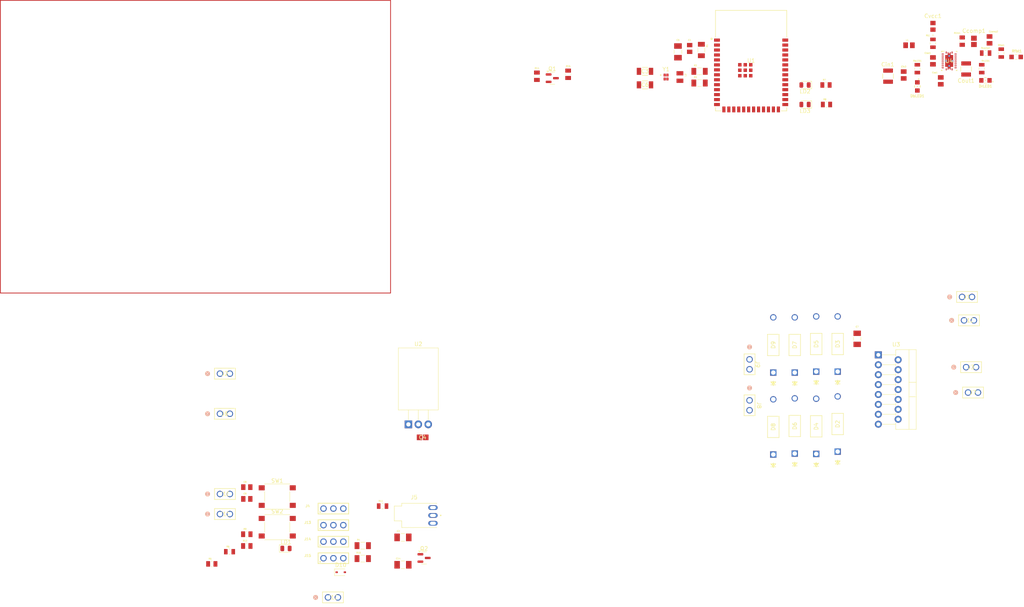
<source format=kicad_pcb>
(kicad_pcb (version 20240108) (generator "pcbnew") (generator_version "8.0")
  (layers (0 "F.Cu" signal) (31 "B.Cu" signal) (34 "B.Paste" user) (35 "F.Paste" user) (36 "B.SilkS" user "B.Silkscreen") (37 "F.SilkS" user "F.Silkscreen") (38 "B.Mask" user) (39 "F.Mask" user) (44 "Edge.Cuts" user))
  (net 0 "")
  (net 1 "+3.3V")
  (net 2 "GND")
  (net 3 "Net-(C3-Pad2)")
  (net 4 "+5V")
  (net 5 "Net-(C6-Pad2)")
  (net 6 "+12V")
  (net 7 "Net-(U4-BOOT)")
  (net 8 "Net-(Cbst1-Pad2)")
  (net 9 "Net-(U4-COMP)")
  (net 10 "Net-(Ccomp2-Pad1)")
  (net 11 "Vin")
  (net 12 "Vout")
  (net 13 "Net-(U4-SS)")
  (net 14 "Net-(U4-EN)")
  (net 15 "Net-(D2-A)")
  (net 16 "Net-(D4-A)")
  (net 17 "Net-(D6-A)")
  (net 18 "Net-(D8-A)")
  (net 19 "Net-(D10-A)")
  (net 20 "Net-(DbLED1-A)")
  (net 21 "Net-(DrLED1-A)")
  (net 22 "/GPIO9")
  (net 23 "/GPIO10")
  (net 24 "/GPIO19")
  (net 25 "/GPIO20")
  (net 26 "Net-(J3-Pin_1)")
  (net 27 "Net-(J3-Pin_2)")
  (net 28 "Net-(J4-Pin_1)")
  (net 29 "/GPIO1")
  (net 30 "/GPIO2")
  (net 31 "Net-(J7-Pin_1)")
  (net 32 "/RXD0")
  (net 33 "/TXD0")
  (net 34 "/GPIO41")
  (net 35 "/GPIO42")
  (net 36 "/GPIO11")
  (net 37 "/GPIO12")
  (net 38 "Net-(J13-Pin_1)")
  (net 39 "Net-(LD1-A)")
  (net 40 "/GPIO38")
  (net 41 "/GPIO48")
  (net 42 "/GPIO13")
  (net 43 "/temp")
  (net 44 "/EN")
  (net 45 "Net-(U1-IO15)")
  (net 46 "Net-(U1-IO16)")
  (net 47 "/GPIO0")
  (net 48 "Net-(U2-ADJ)")
  (net 49 "Net-(U4-FB)")
  (net 50 "Net-(U4-ILIM)")
  (net 51 "Net-(U4-FSW)")
  (net 54 "/GPIO21")
  (net 57 "/GPIO18")
  (net 58 "/GPIO8")
  (net 59 "/GPIO4")
  (net 60 "/GPIO5")
  (net 61 "/GPIO6")
  (net 62 "/GPIO46")
  (net 63 "/GPIO3")
  (net 65 "/GPIO7")
  (net 66 "/GPIO14")
  (net 67 "/GPIO47")
  (net 68 "/GPIO36")
  (net 69 "/GPIO35")
  (net 70 "/GPIO37")
  (net 71 "/GPIO17")
  (net 72 "/GPIO45")
  (net 76 "5V")
  (net 77 "Net-(LD2-K)")
  (net 78 "Net-(LD3-K)")
  (footprint "LED_SMD:LED_0805_2012Metric" (layer "F.Cu") (at 219.2125 35.18 180)
    (property "Reference" "LD2" (at 0 -1.65 360) (layer "F.SilkS"))
    (property "Value" "LED_Red")
    (pad "1" smd roundrect (at -0.9375 0 180) (size 0.975 1.4) (layers "F.Cu" "F.Paste" "F.Mask") (net 77 "Net-(LD2-K)"))
    (pad "2" smd roundrect (at 0.9375 0 180) (size 0.975 1.4) (layers "F.Cu" "F.Paste" "F.Mask") (net 40 "/GPIO38"))
  )
  (footprint "GRM32ER61C476KE15L:G-32_MUR" (layer "F.Cu") (at 260.5 31.0776 -90)
    (property "Reference" "Cout1" (at 3 0 0) (layer "F.SilkS"))
    (property "Value" "47uF")
    (pad "1" smd rect (at -1.4224 0 270) (size 1.0668 2.4892) (layers "F.Cu" "F.Paste" "F.Mask") (net 12 "Vout"))
    (pad "2" smd rect (at 1.4224 0 270) (size 1.0668 2.4892) (layers "F.Cu" "F.Paste" "F.Mask") (net 2 "GND"))
  )
  (footprint "1N5918:DO-41_STM" (layer "F.Cu") (at 216.58 129.6405 90)
    (property "Reference" "D6" (at 7.0739 0 90) (layer "F.SilkS"))
    (property "Value" "D")
    (pad "1" thru_hole rect (at 0 0 90) (size 1.6256 1.6256) (drill 1.1176) (layers "*.Cu" "*.Mask") (net 6 "+12V"))
    (pad "2" thru_hole circle (at 14.1478 0 90) (size 1.6256 1.6256) (drill 1.1176) (layers "*.Cu" "*.Mask") (net 17 "Net-(D6-A)"))
  )
  (footprint "C1206X104J3REC7210:CAPC3316X140N" (layer "F.Cu") (at 116.1645 151.123)
    (property "Reference" "C2" (at -1.2 -1.58 0) (layer "F.SilkS") (effects (font (size 0.393701 0.393701))))
    (property "Value" "0.1uF")
    (pad "1" smd rect (at -1.492 0) (size 1.42 1.96) (layers "F.Cu" "F.Paste" "F.Mask") (net 1 "+3.3V"))
    (pad "2" smd rect (at 1.492 0) (size 1.42 1.96) (layers "F.Cu" "F.Paste" "F.Mask") (net 2 "GND"))
  )
  (footprint "CRGCQ0805F220R:RESC2012X65N" (layer "F.Cu") (at 224.585 35.18)
    (property "Reference" "R7" (at -0.44 -1.3 0) (layer "F.SilkS") (effects (font (size 0.393701 0.393701))))
    (property "Value" "16")
    (pad "1" smd rect (at -0.935 0) (size 1 1.42) (layers "F.Cu" "F.Paste" "F.Mask") (net 77 "Net-(LD2-K)"))
    (pad "2" smd rect (at 0.935 0) (size 1 1.42) (layers "F.Cu" "F.Paste" "F.Mask") (net 2 "GND"))
  )
  (footprint "1N5918:DO-41_STM" (layer "F.Cu") (at 227.58 129.1405 90)
    (property "Reference" "D2" (at 7.0739 0 90) (layer "F.SilkS"))
    (property "Value" "D")
    (pad "1" thru_hole rect (at 0 0 90) (size 1.6256 1.6256) (drill 1.1176) (layers "*.Cu" "*.Mask") (net 6 "+12V"))
    (pad "2" thru_hole circle (at 14.1478 0 90) (size 1.6256 1.6256) (drill 1.1176) (layers "*.Cu" "*.Mask") (net 15 "Net-(D2-A)"))
  )
  (footprint "CRCW080535K7FKEA:RESC2012X50N" (layer "F.Cu") (at 264.5 31 -90)
    (property "Reference" "RrLED1" (at -2 -1 180) (layer "F.SilkS") (effects (font (size 0.393701 0.393701))))
    (property "Value" "620")
    (pad "1" smd rect (at -1 0 270) (size 0.92 1.42) (layers "F.Cu" "F.Paste" "F.Mask") (net 12 "Vout"))
    (pad "2" smd rect (at 1 0 270) (size 0.92 1.42) (layers "F.Cu" "F.Paste" "F.Mask") (net 21 "Net-(DrLED1-A)"))
  )
  (footprint "CC1206JKNPODBN120:CAP_CC1206_YAG" (layer "F.Cu") (at 178.1994 35.1438)
    (property "Reference" "C6" (at 0 0 0) (layer "F.SilkS"))
    (property "Value" "12pF")
    (pad "1" smd rect (at -1.5494 0) (size 1.1176 1.8034) (layers "F.Cu" "F.Paste" "F.Mask") (net 2 "GND"))
    (pad "2" smd rect (at 1.5494 0) (size 1.1176 1.8034) (layers "F.Cu" "F.Paste" "F.Mask") (net 5 "Net-(C6-Pad2)"))
  )
  (footprint "RMCF1206ZR0R00:RESC3216X70N" (layer "F.Cu") (at 105.8615 156.559)
    (property "Reference" "R10" (at -1.08 -1.48 0) (layer "F.SilkS") (effects (font (size 0.393701 0.393701))))
    (property "Value" "0")
    (pad "1" smd rect (at -1.466 0) (size 1.23 1.77) (layers "F.Cu" "F.Paste" "F.Mask") (net 1 "+3.3V"))
    (pad "2" smd rect (at 1.466 0) (size 1.23 1.77) (layers "F.Cu" "F.Paste" "F.Mask") (net 44 "/EN"))
  )
  (footprint "TPS61088RHLR:RHL0020A" (layer "F.Cu") (at 256.155 29.015921)
    (property "Reference" "U4" (at 0 0 0) (layer "F.SilkS"))
    (property "Value" "TPS61088RHLR")
    (fp_poly (pts (xy 0.160078 -2.249998) (xy 0.160081 -1.924924) (xy -0.159918 -1.924924) (xy -0.159921 -2.249996) (xy -0.38992 -2.249996) (xy -0.389918 -1.524925) (xy -1.024918 -1.524925) (xy -1.024918 1.525082) (xy -0.389918 1.525082) (xy -0.38992 2.250003) (xy -0.159921 2.250003) (xy -0.159918 1.925081) (xy 0.160081 1.925081) (xy 0.160078 2.250006) (xy 0.390078 2.250006) (xy 0.390081 1.525082) (xy 1.025081 1.525082) (xy 1.025081 -1.524925) (xy 0.390081 -1.524925) (xy 0.390078 -2.249998)) (fill solid) (layer "F.Cu"))
    (pad "1" smd oval (at -0.74992 -2.150001) (size 0.24 0.599999) (layers "F.Cu" "F.Paste" "F.Mask") (net 14 "Net-(U4-EN)"))
    (pad "2" smd oval (at -1.649999 -1.74992 90) (size 0.24 0.599999) (layers "F.Cu" "F.Paste" "F.Mask") (net 14 "Net-(U4-EN)"))
    (pad "3" smd oval (at -1.649999 -1.249921 90) (size 0.24 0.599999) (layers "F.Cu" "F.Paste" "F.Mask") (net 51 "Net-(U4-FSW)"))
    (pad "4" smd oval (at -1.649999 -0.74992 90) (size 0.24 0.599999) (layers "F.Cu" "F.Paste" "F.Mask") (net 8 "Net-(Cbst1-Pad2)"))
    (pad "5" smd oval (at -1.649999 -0.249921 90) (size 0.24 0.599999) (layers "F.Cu" "F.Paste" "F.Mask") (net 8 "Net-(Cbst1-Pad2)"))
    (pad "6" smd oval (at -1.649999 0.250078 90) (size 0.24 0.599999) (layers "F.Cu" "F.Paste" "F.Mask") (net 8 "Net-(Cbst1-Pad2)"))
    (pad "7" smd oval (at -1.649999 0.75008 90) (size 0.24 0.599999) (layers "F.Cu" "F.Paste" "F.Mask") (net 8 "Net-(Cbst1-Pad2)"))
    (pad "8" smd oval (at -1.649999 1.250079 90) (size 0.24 0.599999) (layers "F.Cu" "F.Paste" "F.Mask") (net 7 "Net-(U4-BOOT)"))
    (pad "9" smd oval (at -1.649999 1.75008 90) (size 0.24 0.599999) (layers "F.Cu" "F.Paste" "F.Mask") (net 11 "Vin"))
    (pad "10" smd oval (at -0.74992 2.150001) (size 0.24 0.599999) (layers "F.Cu" "F.Paste" "F.Mask") (net 13 "Net-(U4-SS)"))
    (pad "11" smd oval (at 0.750082 2.150001) (size 0.24 0.599999) (layers "F.Cu" "F.Paste" "F.Mask") (net 2 "GND"))
    (pad "12" smd oval (at 1.649999 1.75008 90) (size 0.24 0.599999) (layers "F.Cu" "F.Paste" "F.Mask") (net 2 "GND"))
    (pad "13" smd oval (at 1.649999 1.250079 90) (size 0.24 0.599999) (layers "F.Cu" "F.Paste" "F.Mask"))
    (pad "14" smd oval (at 1.649999 0.75008 90) (size 0.24 0.599999) (layers "F.Cu" "F.Paste" "F.Mask") (net 12 "Vout"))
    (pad "15" smd oval (at 1.649999 0.250078 90) (size 0.24 0.599999) (layers "F.Cu" "F.Paste" "F.Mask") (net 12 "Vout"))
    (pad "16" smd oval (at 1.649999 -0.249921 90) (size 0.24 0.599999) (layers "F.Cu" "F.Paste" "F.Mask") (net 12 "Vout"))
    (pad "17" smd oval (at 1.649999 -0.74992 90) (size 0.24 0.599999) (layers "F.Cu" "F.Paste" "F.Mask") (net 49 "Net-(U4-FB)"))
    (pad "18" smd oval (at 1.649999 -1.249921 90) (size 0.24 0.599999) (layers "F.Cu" "F.Paste" "F.Mask") (net 9 "Net-(U4-COMP)"))
    (pad "19" smd oval (at 1.649999 -1.74992 90) (size 0.24 0.599999) (layers "F.Cu" "F.Paste" "F.Mask") (net 50 "Net-(U4-ILIM)"))
    (pad "20" smd oval (at 0.750082 -2.150001) (size 0.24 0.599999) (layers "F.Cu" "F.Paste" "F.Mask") (net 2 "GND"))
    (pad "21" smd rect (at 0.000081 0.000079 90) (size 0.299999 0.299999) (layers "F.Cu" "F.Mask") (net 2 "GND"))
    (pad "V" thru_hole circle (at -0.775 0.000079) (size 0.499999 0.499999) (drill 0.2032) (layers "*.Cu" "*.Mask"))
    (pad "V" thru_hole circle (at 0 -1.275001) (size 0.499999 0.499999) (drill 0.2032) (layers "*.Cu" "*.Mask"))
    (pad "V" thru_hole circle (at 0 1.275001) (size 0.499999 0.499999) (drill 0.2032) (layers "*.Cu" "*.Mask"))
    (pad "V" thru_hole circle (at 0.775 0.000079) (size 0.499999 0.499999) (drill 0.2032) (layers "*.Cu" "*.Mask"))
  )
  (footprint "61300311121:61300311121" (layer "F.Cu") (at 98.3455 152.219)
    (property "Reference" "J14" (at -6.6096 -0.6625 0) (layer "F.SilkS") (effects (font (size 0.64 0.64))))
    (property "Value" "TXRX")
    (pad "1" thru_hole circle (at -2.54 0) (size 1.65 1.65) (drill 1.1) (layers "*.Cu" "*.Mask") (net 30 "/GPIO2"))
    (pad "2" thru_hole circle (at 0 0) (size 1.65 1.65) (drill 1.1) (layers "*.Cu" "*.Mask") (net 29 "/GPIO1"))
    (pad "3" thru_hole circle (at 2.54 0) (size 1.65 1.65) (drill 1.1) (layers "*.Cu" "*.Mask") (net 2 "GND"))
  )
  (footprint "1N5918:DO-41_STM" (layer "F.Cu") (at 227.58 108.6405 90)
    (property "Reference" "D3" (at 7.0739 0 90) (layer "F.SilkS"))
    (property "Value" "D")
    (pad "1" thru_hole rect (at 0 0 90) (size 1.6256 1.6256) (drill 1.1176) (layers "*.Cu" "*.Mask") (net 15 "Net-(D2-A)"))
    (pad "2" thru_hole circle (at 14.1478 0 90) (size 1.6256 1.6256) (drill 1.1176) (layers "*.Cu" "*.Mask") (net 2 "GND"))
  )
  (footprint "CRCW080535K7FKEA:RESC2012X50N" (layer "F.Cu") (at 248 31 -90)
    (property "Reference" "RbLED1" (at -2 0 180) (layer "F.SilkS") (effects (font (size 0.393701 0.393701))))
    (property "Value" "250")
    (pad "1" smd rect (at -1 0 270) (size 0.92 1.42) (layers "F.Cu" "F.Paste" "F.Mask") (net 11 "Vin"))
    (pad "2" smd rect (at 1 0 270) (size 0.92 1.42) (layers "F.Cu" "F.Paste" "F.Mask") (net 20 "Net-(DbLED1-A)"))
  )
  (footprint "01x02connector:CONN_61300211121_WRE" (layer "F.Cu") (at 69.2755 109.1594)
    (property "Reference" "J2" (at 1.27 0 0) (layer "F.SilkS"))
    (property "Value" "programming header usb")
    (pad "1" thru_hole circle (at 0 0) (size 1.651 1.651) (drill 1.143) (layers "*.Cu" "*.Mask") (net 24 "/GPIO19"))
    (pad "2" thru_hole circle (at 2.54 0) (size 1.651 1.651) (drill 1.143) (layers "*.Cu" "*.Mask") (net 25 "/GPIO20"))
  )
  (footprint "LED_SMD:LED_0805_2012Metric" (layer "F.Cu") (at 219.2125 40.18 180)
    (property "Reference" "LD3" (at 0 -1.65 360) (layer "F.SilkS"))
    (property "Value" "LED_Red")
    (pad "1" smd roundrect (at -0.9375 0 180) (size 0.975 1.4) (layers "F.Cu" "F.Paste" "F.Mask") (net 78 "Net-(LD3-K)"))
    (pad "2" smd roundrect (at 0.9375 0 180) (size 0.975 1.4) (layers "F.Cu" "F.Paste" "F.Mask") (net 41 "/GPIO48"))
  )
  (footprint "RR1220P-1030-D:RESC2012X50N" (layer "F.Cu") (at 76.1485 150.311)
    (property "Reference" "R9" (at -0.46 -1.32 0) (layer "F.SilkS") (effects (font (size 0.393701 0.393701))))
    (property "Value" "10000")
    (pad "1" smd rect (at -0.94 0) (size 1.04 1.47) (layers "F.Cu" "F.Paste" "F.Mask") (net 43 "/temp"))
    (pad "2" smd rect (at 0.94 0) (size 1.04 1.47) (layers "F.Cu" "F.Paste" "F.Mask") (net 1 "+3.3V"))
  )
  (footprint "BarrelJack:CUI_PJ-040DH" (layer "F.Cu") (at 123.8605 145.494)
    (property "Reference" "J5" (at -4.825 -4.635 0) (layer "F.SilkS"))
    (property "Value" "PJ-040DH")
    (pad "" np_thru_hole circle (at -6 -2) (size 1.5 1.5) (drill 1.5) (layers "*.Cu" "*.Mask"))
    (pad "" np_thru_hole circle (at -6 2) (size 1.5 1.5) (drill 1.5) (layers "*.Cu" "*.Mask"))
    (pad "1" thru_hole oval (at 0 0) (size 2.4 1.2) (drill oval 1.5 0.8) (layers "*.Cu" "*.Mask") (net 19 "Net-(D10-A)"))
    (pad "2" thru_hole oval (at 0 2) (size 2.4 1.2) (drill oval 1.5 0.8) (layers "*.Cu" "*.Mask") (net 2 "GND"))
    (pad "3" thru_hole oval (at 0 -2) (size 2.4 1.2) (drill oval 1.5 0.8) (layers "*.Cu" "*.Mask") (net 2 "GND"))
  )
  (footprint "CRGCQ0805F220R:RESC2012X65N" (layer "F.Cu") (at 67.1755 157.916)
    (property "Reference" "R5" (at -0.44 -1.3 0) (layer "F.SilkS") (effects (font (size 0.393701 0.393701))))
    (property "Value" "220")
    (pad "1" smd rect (at -0.935 0) (size 1 1.42) (layers "F.Cu" "F.Paste" "F.Mask") (net 1 "+3.3V"))
    (pad "2" smd rect (at 0.935 0) (size 1 1.42) (layers "F.Cu" "F.Paste" "F.Mask") (net 48 "Net-(U2-ADJ)"))
  )
  (footprint "CRCW080510K0FKEA:RESC2012X50N" (layer "F.Cu") (at 110.9505 143.104)
    (property "Reference" "R11" (at -0.46 -1.3 0) (layer "F.SilkS") (effects (font (size 0.393701 0.393701))))
    (property "Value" "5.1k")
    (pad "1" smd rect (at -1 0) (size 0.92 1.42) (layers "F.Cu" "F.Paste" "F.Mask") (net 76 "5V"))
    (pad "2" smd rect (at 1 0) (size 0.92 1.42) (layers "F.Cu" "F.Paste" "F.Mask") (net 39 "Net-(LD1-A)"))
  )
  (footprint "RR1220P-1030-D:RESC2012X50N" (layer "F.Cu") (at 150.5 32.94 90)
    (property "Reference" "R14" (at 2.06 0 180) (layer "F.SilkS") (effects (font (size 0.393701 0.393701))))
    (property "Value" "10000")
    (pad "1" smd rect (at -0.94 0 90) (size 1.04 1.47) (layers "F.Cu" "F.Paste" "F.Mask") (net 42 "/GPIO13"))
    (pad "2" smd rect (at 0.94 0 90) (size 1.04 1.47) (layers "F.Cu" "F.Paste" "F.Mask") (net 1 "+3.3V"))
  )
  (footprint "Button_Switch_SMD:SW_SPST_PTS645" (layer "F.Cu") (at 83.9505 140.664)
    (property "Reference" "SW1" (at 0 -4.05 0) (layer "F.SilkS"))
    (property "Value" "SW_Push")
    (pad "1" smd rect (at -3.98 -2.25) (size 1.55 1.3) (layers "F.Cu" "F.Paste" "F.Mask") (net 2 "GND"))
    (pad "1" smd rect (at 3.98 -2.25) (size 1.55 1.3) (layers "F.Cu" "F.Paste" "F.Mask") (net 2 "GND"))
    (pad "2" smd rect (at -3.98 2.25) (size 1.55 1.3) (layers "F.Cu" "F.Paste" "F.Mask") (net 1 "+3.3V"))
    (pad "2" smd rect (at 3.98 2.25) (size 1.55 1.3) (layers "F.Cu" "F.Paste" "F.Mask") (net 1 "+3.3V"))
  )
  (footprint "RMCF1206ZR0R00:RESC3216X70N" (layer "F.Cu") (at 192.184 34.68)
    (property "Reference" "R3" (at -1.08 -1.48 0) (layer "F.SilkS") (effects (font (size 0.393701 0.393701))))
    (property "Value" "0")
    (pad "1" smd rect (at -1.466 0) (size 1.23 1.77) (layers "F.Cu" "F.Paste" "F.Mask") (net 5 "Net-(C6-Pad2)"))
    (pad "2" smd rect (at 1.466 0) (size 1.23 1.77) (layers "F.Cu" "F.Paste" "F.Mask") (net 46 "Net-(U1-IO16)"))
  )
  (footprint "08053C104KAT2A:CAPC2012X94N" (layer "F.Cu") (at 252 29 90)
    (property "Reference" "Cbst1" (at 2 -1.32 180) (layer "F.SilkS") (effects (font (size 0.393701 0.393701))))
    (property "Value" "100nF")
    (pad "1" smd rect (at -0.88 0 90) (size 1.16 1.47) (layers "F.Cu" "F.Paste" "F.Mask") (net 7 "Net-(U4-BOOT)"))
    (pad "2" smd rect (at 0.88 0 90) (size 1.16 1.47) (layers "F.Cu" "F.Paste" "F.Mask") (net 8 "Net-(Cbst1-Pad2)"))
  )
  (footprint "CRCW080535K7FKEA:RESC2012X50N" (layer "F.Cu") (at 265.5 27)
    (property "Reference" "Rcomp1" (at 0 -1.3 0) (layer "F.SilkS") (effects (font (size 0.393701 0.393701))))
    (property "Value" "35.7k")
    (pad "1" smd rect (at -1 0) (size 0.92 1.42) (layers "F.Cu" "F.Paste" "F.Mask") (net 9 "Net-(U4-COMP)"))
    (pad "2" smd rect (at 1 0) (size 0.92 1.42) (layers "F.Cu" "F.Paste" "F.Mask") (net 10 "Net-(Ccomp2-Pad1)"))
  )
  (footprint "Package_TO_SOT_SMD:SOT-23" (layer "F.Cu") (at 154.4375 33.43)
    (property "Reference" "Q1" (at 0 -2.4 0) (layer "F.SilkS"))
    (property "Value" "BSS138")
    (pad "1" smd roundrect (at -0.9375 -0.95) (size 1.475 0.6) (layers "F.Cu" "F.Paste" "F.Mask") (net 1 "+3.3V"))
    (pad "2" smd roundrect (at -0.9375 0.95) (size 1.475 0.6) (layers "F.Cu" "F.Paste" "F.Mask") (net 42 "/GPIO13"))
    (pad "3" smd roundrect (at 0.9375 0) (size 1.475 0.6) (layers "F.Cu" "F.Paste" "F.Mask") (net 28 "Net-(J4-Pin_1)"))
  )
  (footprint "01x02connector:CONN_61300211121_WRE" (layer "F.Cu") (at 69.2755 145.1408)
    (property "Reference" "J11" (at 1.27 0 0) (layer "F.SilkS"))
    (property "Value" "backup")
    (pad "1" thru_hole circle (at 0 0) (size 1.651 1.651) (drill 1.143) (layers "*.Cu" "*.Mask") (net 34 "/GPIO41"))
    (pad "2" thru_hole circle (at 2.54 0) (size 1.651 1.651) (drill 1.143) (layers "*.Cu" "*.Mask") (net 35 "/GPIO42"))
  )
  (footprint "Button_Switch_SMD:SW_SPST_PTS645" (layer "F.Cu") (at 83.9505 148.514)
    (property "Reference" "SW2" (at 0 -4.05 0) (layer "F.SilkS"))
    (property "Value" "SW_Push")
    (pad "1" smd rect (at -3.98 -2.25) (size 1.55 1.3) (layers "F.Cu" "F.Paste" "F.Mask") (net 2 "GND"))
    (pad "1" smd rect (at 3.98 -2.25) (size 1.55 1.3) (layers "F.Cu" "F.Paste" "F.Mask") (net 2 "GND"))
    (pad "2" smd rect (at -3.98 2.25) (size 1.55 1.3) (layers "F.Cu" "F.Paste" "F.Mask") (net 1 "+3.3V"))
    (pad "2" smd rect (at 3.98 2.25) (size 1.55 1.3) (layers "F.Cu" "F.Paste" "F.Mask") (net 1 "+3.3V"))
  )
  (footprint "ERJ_6ENF6043V:RES_ERJ6ENF6043V" (layer "F.Cu") (at 273.325 28 180)
    (property "Reference" "Rfbt1" (at -0.175 1.5 0) (layer "F.SilkS") (effects (font (size 0.64 0.64))))
    (property "Value" "604k")
    (pad "1" smd rect (at -1.175 0 180) (size 1.15 1.15) (layers "F.Cu" "F.Paste" "F.Mask") (net 12 "Vout"))
    (pad "2" smd rect (at 1.175 0 180) (size 1.15 1.15) (layers "F.Cu" "F.Paste" "F.Mask") (net 49 "Net-(U4-FB)"))
  )
  (footprint "RMCF1206ZR0R00:RESC3216X70N" (layer "F.Cu") (at 192.184 31.68)
    (property "Reference" "R2" (at -1.08 -1.48 0) (layer "F.SilkS") (effects (font (size 0.393701 0.393701))))
    (property "Value" "0")
    (pad "1" smd rect (at -1.466 0) (size 1.23 1.77) (layers "F.Cu" "F.Paste" "F.Mask") (net 3 "Net-(C3-Pad2)"))
    (pad "2" smd rect (at 1.466 0) (size 1.23 1.77) (layers "F.Cu" "F.Paste" "F.Mask") (net 45 "Net-(U1-IO15)"))
  )
  (footprint "LQW2BAN24NG00L:INDC2015X152N" (layer "F.Cu") (at 187.15 33.139 -90)
    (property "Reference" "L2" (at -0.5 -1.46 90) (layer "F.SilkS") (effects (font (size 0.393701 0.393701))))
    (property "Value" "L")
    (pad "1" smd rect (at -0.959 0 270) (size 1.09 1.75) (layers "F.Cu" "F.Paste" "F.Mask") (net 3 "Net-(C3-Pad2)"))
    (pad "2" smd rect (at 0.959 0 270) (size 1.09 1.75) (layers "F.Cu" "F.Paste" "F.Mask") (net 5 "Net-(C6-Pad2)"))
  )
  (footprint "LED_SMD:LED_0805_2012Metric" (layer "F.Cu") (at 86.1905 153.959)
    (property "Reference" "LD1" (at 0 -1.65 0) (layer "F.SilkS"))
    (property "Value" "LED_Red")
    (pad "1" smd roundrect (at -0.9375 0) (size 0.975 1.4) (layers "F.Cu" "F.Paste" "F.Mask") (net 2 "GND"))
    (pad "2" smd roundrect (at 0.9375 0) (size 0.975 1.4) (layers "F.Cu" "F.Paste" "F.Mask") (net 39 "Net-(LD1-A)"))
  )
  (footprint "08053C104KAT2A:CAPC2012X94N" (layer "F.Cu") (at 244.5 32.62 -90)
    (property "Reference" "Cin2" (at -2.12 0 180) (layer "F.SilkS") (effects (font (size 0.393701 0.393701))))
    (property "Value" "100nF")
    (pad "1" smd rect (at -0.88 0 270) (size 1.16 1.47) (layers "F.Cu" "F.Paste" "F.Mask") (net 11 "Vin"))
    (pad "2" smd rect (at 0.88 0 270) (size 1.16 1.47) (layers "F.Cu" "F.Paste" "F.Mask") (net 2 "GND"))
  )
  (footprint "01x02connector:CONN_61300211121_WRE" (layer "F.Cu") (at 261 114)
    (property "Reference" "J7" (at 1.27 0 0) (layer "F.SilkS"))
    (property "Value" "Conn_01x02")
    (pad "1" thru_hole circle (at 0 0) (size 1.651 1.651) (drill 1.143) (layers "*.Cu" "*.Mask") (net 31 "Net-(J7-Pin_1)"))
    (pad "2" thru_hole circle (at 2.54 0) (size 1.651 1.651) (drill 1.143) (layers "*.Cu" "*.Mask") (net 27 "Net-(J3-Pin_2)"))
  )
  (footprint "C1206X104J3REC7210:CAPC3316X140N" (layer "F.Cu") (at 186.65 26.688 90)
    (property "Reference" "C5" (at 3.008 0 180) (layer "F.SilkS") (effects (font (size 0.393701 0.393701))))
    (property "Value" "0.1uF")
    (pad "1" smd rect (at -1.492 0 90) (size 1.42 1.96) (layers "F.Cu" "F.Paste" "F.Mask") (net 1 "+3.3V"))
    (pad "2" smd rect (at 1.492 0 90) (size 1.42 1.96) (layers "F.Cu" "F.Paste" "F.Mask") (net 2 "GND"))
  )
  (footprint "RR1220P-1030-D:RESC2012X50N" (layer "F.Cu") (at 158.5 32.44 90)
    (property "Reference" "R15" (at 2.06 0 180) (layer "F.SilkS") (effects (font (size 0.393701 0.393701))))
    (property "Value" "10000")
    (pad "1" smd rect (at -0.94 0 90) (size 1.04 1.47) (layers "F.Cu" "F.Paste" "F.Mask") (net 28 "Net-(J4-Pin_1)"))
    (pad "2" smd rect (at 0.94 0 90) (size 1.04 1.47) (layers "F.Cu" "F.Paste" "F.Mask") (net 4 "+5V"))
  )
  (footprint "01x02connector:CONN_61300211121_WRE" (layer "F.Cu") (at 259.96 95.5)
    (property "Reference" "J12" (at 1.27 0 0) (layer "F.SilkS"))
    (property "Value" "Conn_01x02_Pin")
    (pad "1" thru_hole circle (at 0 0) (size 1.651 1.651) (drill 1.143) (layers "*.Cu" "*.Mask") (net 37 "/GPIO12"))
    (pad "2" thru_hole circle (at 2.54 0) (size 1.651 1.651) (drill 1.143) (layers "*.Cu" "*.Mask") (net 36 "/GPIO11"))
  )
  (footprint "01x02connector:CONN_61300211121_WRE" (layer "F.Cu") (at 69.2755 119.4398)
    (property "Reference" "J6" (at 1.27 0 0) (layer "F.SilkS"))
    (property "Value" "TXRX")
    (pad "1" thru_hole circle (at 0 0) (size 1.651 1.651) (drill 1.143) (layers "*.Cu" "*.Mask") (net 30 "/GPIO2"))
    (pad "2" thru_hole circle (at 2.54 0) (size 1.651 1.651) (drill 1.143) (layers "*.Cu" "*.Mask") (net 29 "/GPIO1"))
  )
  (footprint "1N5918:DO-41_STM" (layer "F.Cu") (at 222.08 129.735 90)
    (property "Reference" "D4" (at 7.0739 0 90) (layer "F.SilkS"))
    (property "Value" "D")
    (pad "1" thru_hole rect (at 0 0 90) (size 1.6256 1.6256) (drill 1.1176) (layers "*.Cu" "*.Mask") (net 6 "+12V"))
    (pad "2" thru_hole circle (at 14.1478 0 90) (size 1.6256 1.6256) (drill 1.1176) (layers "*.Cu" "*.Mask") (net 16 "Net-(D4-A)"))
  )
  (footprint "1N5918:DO-41_STM" (layer "F.Cu") (at 211.08 129.8828 90)
    (property "Reference" "D8" (at 7.0739 0 90) (layer "F.SilkS"))
    (property "Value" "D")
    (pad "1" thru_hole rect (at 0 0 90) (size 1.6256 1.6256) (drill 1.1176) (layers "*.Cu" "*.Mask") (net 6 "+12V"))
    (pad "2" thru_hole circle (at 14.1478 0 90) (size 1.6256 1.6256) (drill 1.1176) (layers "*.Cu" "*.Mask") (net 18 "Net-(D8-A)"))
  )
  (footprint "C0805C106J8RACAUTO:CAPC230145_145N_KEM" (layer "F.Cu") (at 121.221298 125.484199)
    (property "Reference" "C4" (at 0 0 0) (layer "F.SilkS"))
    (property "Value" "10u")
    (pad "1" smd rect (at -0.802799 0) (size 1.405598 1.449997) (layers "F.Cu" "F.Paste" "F.Mask") (net 4 "+5V"))
    (pad "2" smd rect (at 0.802799 0) (size 1.405598 1.449997) (layers "F.Cu" "F.Paste" "F.Mask") (net 2 "GND"))
  )
  (footprint "RC0805JR_07360RL:RESC2012X60N" (layer "F.Cu") (at 71.7255 154.784)
    (property "Reference" "R6" (at -0.41 -1.27 0) (layer "F.SilkS") (effects (font (size 0.393701 0.393701))))
    (property "Value" "360")
    (pad "1" smd rect (at -0.955 0) (size 0.92 1.38) (layers "F.Cu" "F.Paste" "F.Mask") (net 48 "Net-(U2-ADJ)"))
    (pad "2" smd rect (at 0.955 0) (size 0.92 1.38) (layers "F.Cu" "F.Paste" "F.Mask") (net 2 "GND"))
  )
  (footprint "RMCF1206ZR0R00:RESC3216X70N" (layer "F.Cu") (at 192.65 26.214 -90)
    (property "Reference" "R1" (at -1.08 -1.48 90) (layer "F.SilkS") (effects (font (size 0.393701 0.393701))))
    (property "Value" "0")
    (pad "1" smd rect (at -1.466 0 270) (size 1.23 1.77) (layers "F.Cu" "F.Paste" "F.Mask") (net 1 "+3.3V"))
    (pad "2" smd rect (at 1.466 0 270) (size 1.23 1.77) (layers "F.Cu" "F.Paste" "F.Mask") (net 44 "/EN"))
  )
  (footprint "WL-SMCW_0805:WL-SMCW_0805" (layer "F.Cu") (at 265.45 34)
    (property "Reference" "DrLED1" (at 0 1.5 0) (layer "F.SilkS") (effects (font (size 0.64 0.64))))
    (property "Value" "LED red")
    (fp_text user "+" (at 1.9 0.3 0) (layer "F.SilkS") (effects (font (size 0.48 0.48))))
    (pad "1" smd rect (at -1.05 0) (size 1.1 1.2) (layers "F.Cu" "F.Paste" "F.Mask") (net 2 "GND"))
    (pad "2" smd rect (at 1.05 0) (size 1.1 1.2) (layers "F.Cu" "F.Paste" "F.Mask") (net 21 "Net-(DrLED1-A)"))
  )
  (footprint "Package_TO_SOT_THT:TO-220-15_P2.54x2.54mm_StaggerOdd_Lead4.58mm_Vertical" (layer "F.Cu") (at 238 104.34 -90)
    (property "Reference" "U3" (at -2.65 -4.58 180) (layer "F.SilkS"))
    (property "Value" "L298N")
    (pad "1" thru_hole rect (at 0 0 270) (size 1.8 1.8) (drill 1) (layers "*.Cu" "*.Mask") (net 2 "GND"))
    (pad "2" thru_hole oval (at 1.27 -5.08 270) (size 1.8 1.8) (drill 1) (layers "*.Cu" "*.Mask") (net 15 "Net-(D2-A)"))
    (pad "3" thru_hole oval (at 2.54 0 270) (size 1.8 1.8) (drill 1) (layers "*.Cu" "*.Mask") (net 16 "Net-(D4-A)"))
    (pad "4" thru_hole oval (at 3.81 -5.08 270) (size 1.8 1.8) (drill 1) (layers "*.Cu" "*.Mask") (net 6 "+12V"))
    (pad "5" thru_hole oval (at 5.08 0 270) (size 1.8 1.8) (drill 1) (layers "*.Cu" "*.Mask") (net 22 "/GPIO9"))
    (pad "6" thru_hole oval (at 6.35 -5.08 270) (size 1.8 1.8) (drill 1) (layers "*.Cu" "*.Mask") (net 31 "Net-(J7-Pin_1)"))
    (pad "7" thru_hole oval (at 7.62 0 270) (size 1.8 1.8) (drill 1) (layers "*.Cu" "*.Mask") (net 23 "/GPIO10"))
    (pad "8" thru_hole oval (at 8.89 -5.08 270) (size 1.8 1.8) (drill 1) (layers "*.Cu" "*.Mask") (net 2 "GND"))
    (pad "9" thru_hole oval (at 10.16 0 270) (size 1.8 1.8) (drill 1) (layers "*.Cu" "*.Mask") (net 4 "+5V"))
    (pad "10" thru_hole oval (at 11.43 -5.08 270) (size 1.8 1.8) (drill 1) (layers "*.Cu" "*.Mask") (net 36 "/GPIO11"))
    (pad "11" thru_hole oval (at 12.7 0 270) (size 1.8 1.8) (drill 1) (layers "*.Cu" "*.Mask") (net 26 "Net-(J3-Pin_1)"))
    (pad "12" thru_hole oval (at 13.97 -5.08 270) (size 1.8 1.8) (drill 1) (layers "*.Cu" "*.Mask") (net 37 "/GPIO12"))
    (pad "13" thru_hole oval (at 15.24 0 270) (size 1.8 1.8) (drill 1) (layers "*.Cu" "*.Mask") (net 17 "Net-(D6-A)"))
    (pad "14" thru_hole oval (at 16.51 -5.08 270) (size 1.8 1.8) (drill 1) (layers "*.Cu" "*.Mask") (net 18 "Net-(D8-A)"))
    (pad "15" thru_hole oval (at 17.78 0 270) (size 1.8 1.8) (drill 1) (layers "*.Cu" "*.Mask"))
  )
  (footprint "ERJ_6ENF1183V:RESC2012X70N" (layer "F.Cu") (at 259.5 23.94 90)
    (property "Reference" "Rlim1" (at 2.06 -1.27 180) (layer "F.SilkS") (effects (font (size 0.393701 0.393701))))
    (property "Value" "118k")
    (pad "1" smd rect (at -0.94 0 90) (size 1.04 1.38) (layers "F.Cu" "F.Paste" "F.Mask") (net 50 "Net-(U4-ILIM)"))
    (pad "2" smd rect (at 0.94 0 90) (size 1.04 1.38) (layers "F.Cu" "F.Paste" "F.Mask") (net 2 "GND"))
  )
  (footprint "GRM21BR60G107ME11K:CAPC2012X145N" (layer "F.Cu") (at 76.1485 138.247)
    (property "Reference" "C8" (at -0.46 -1.32 0) (layer "F.SilkS") (effects (font (size 0.393701 0.393701))))
    (property "Value" "100u")
    (pad "1" smd rect (at -0.9 0) (size 1.11 1.47) (layers "F.Cu" "F.Paste" "F.Mask") (net 1 "+3.3V"))
    (pad "2" smd rect (at 0.9 0) (size 1.11 1.47) (layers "F.Cu" "F.Paste" "F.Mask") (net 2 "GND"))
  )
  (footprint "Package_TO_SOT_THT:TO-220-3_Horizontal_TabDown" (layer "F.Cu") (at 117.5705 122.154)
    (property "Reference" "U2" (at 2.54 -20.58 0) (layer "F.SilkS"))
    (property "Value" "LM1117T-ADJ")
    (pad "" np_thru_hole oval (at 2.54 -16.66) (size 3.5 3.5) (drill 3.5) (layers "*.Cu" "*.Mask"))
    (pad "1" thru_hole rect (at 0 0) (size 1.905 2) (drill 1.1) (layers "*.Cu" "*.Mask") (net 48 "Net-(U2-ADJ)"))
    (pad "2" thru_hole oval (at 2.54 0) (size 1.905 2) (drill 1.1) (layers "*.Cu" "*.Mask") (net 1 "+3.3V"))
    (pad "3" thru_hole oval (at 5.08 0) (size 1.905 2) (drill 1.1) (layers "*.Cu" "*.Mask") (net 4 "+5V"))
  )
  (footprint "Diode_SMD:D_SOD-323" (layer "F.Cu") (at 100.2355 160.054)
    (property "Reference" "D10" (at 0 -1.85 0) (layer "F.SilkS"))
    (property "Value" "BAT60JFILM")
    (pad "1" smd roundrect (at -1.05 0) (size 0.6 0.45) (layers "F.Cu" "F.Paste" "F.Mask") (net 76 "5V"))
    (pad "2" smd roundrect (at 1.05 0) (size 0.6 0.45) (layers "F.Cu" "F.Paste" "F.Mask") (net 19 "Net-(D10-A)"))
  )
  (footprint "GRM31CC80E227ME11L:CAPC3216X190N" (layer "F.Cu") (at 232.58 100.235 90)
    (property "Reference" "C7" (at 3.079 0 180) (layer "F.SilkS") (effects (font (size 0.393701 0.393701))))
    (property "Value" "220uF")
    (pad "1" smd rect (at -1.421 0 90) (size 1.37 1.91) (layers "F.Cu" "F.Paste" "F.Mask") (net 6 "+12V"))
    (pad "2" smd rect (at 1.421 0 90) (size 1.37 1.91) (layers "F.Cu" "F.Paste" "F.Mask") (net 2 "GND"))
  )
  (footprint "ESP32_S3_WROOM:ESP32-S3-WROOM-1_EXP" (layer "F.Cu") (at 205.4 28.94)
    (property "Reference" "U1" (at 0 0 0) (layer "F.SilkS"))
    (property "Value" "ESP32-S3-WROOM-1-N8R2")
    (fp_text user "*" (at -10.1343 -5.26 0) (layer "F.SilkS"))
    (fp_text user "*" (at -10.1343 -5.26 0) (layer "F.SilkS"))
    (pad "1" smd rect (at -8.75 -5.26) (size 1.4986 0.8128) (layers "F.Cu" "F.Paste" "F.Mask") (net 2 "GND"))
    (pad "2" smd rect (at -8.75 -3.99) (size 1.4986 0.8128) (layers "F.Cu" "F.Paste" "F.Mask") (net 1 "+3.3V"))
    (pad "3" smd rect (at -8.75 -2.72) (size 1.4986 0.8128) (layers "F.Cu" "F.Paste" "F.Mask") (net 44 "/EN"))
    (pad "4" smd rect (at -8.75 -1.45) (size 1.4986 0.8128) (layers "F.Cu" "F.Paste" "F.Mask") (net 59 "/GPIO4"))
    (pad "5" smd rect (at -8.75 -0.18) (size 1.4986 0.8128) (layers "F.Cu" "F.Paste" "F.Mask") (net 60 "/GPIO5"))
    (pad "6" smd rect (at -8.75 1.09) (size 1.4986 0.8128) (layers "F.Cu" "F.Paste" "F.Mask") (net 61 "/GPIO6"))
    (pad "7" smd rect (at -8.75 2.36) (size 1.4986 0.8128) (layers "F.Cu" "F.Paste" "F.Mask") (net 65 "/GPIO7"))
    (pad "8" smd rect (at -8.75 3.63) (size 1.4986 0.8128) (layers "F.Cu" "F.Paste" "F.Mask") (net 45 "Net-(U1-IO15)"))
    (pad "9" smd rect (at -8.75 4.9) (size 1.4986 0.8128) (layers "F.Cu" "F.Paste" "F.Mask") (net 46 "Net-(U1-IO16)"))
    (pad "10" smd rect (at -8.75 6.17) (size 1.4986 0.8128) (layers "F.Cu" "F.Paste" "F.Mask") (net 71 "/GPIO17"))
    (pad "11" smd rect (at -8.75 7.44) (size 1.4986 0.8128) (layers "F.Cu" "F.Paste" "F.Mask") (net 57 "/GPIO18"))
    (pad "12" smd rect (at -8.75 8.71) (size 1.4986 0.8128) (layers "F.Cu" "F.Paste" "F.Mask") (net 58 "/GPIO8"))
    (pad "13" smd rect (at -8.75 9.98) (size 1.4986 0.8128) (layers "F.Cu" "F.Paste" "F.Mask") (net 24 "/GPIO19"))
    (pad "14" smd rect (at -8.75 11.25) (size 1.4986 0.8128) (layers "F.Cu" "F.Paste" "F.Mask") (net 25 "/GPIO20"))
    (pad "15" smd rect (at -6.985 12.5 90) (size 1.4986 0.8128) (layers "F.Cu" "F.Paste" "F.Mask") (net 63 "/GPIO3"))
    (pad "16" smd rect (at -5.715 12.5 90) (size 1.4986 0.8128) (layers "F.Cu" "F.Paste" "F.Mask") (net 62 "/GPIO46"))
    (pad "17" smd rect (at -4.445 12.5 90) (size 1.4986 0.8128) (layers "F.Cu" "F.Paste" "F.Mask") (net 22 "/GPIO9"))
    (pad "18" smd rect (at -3.175 12.5 90) (size 1.4986 0.8128) (layers "F.Cu" "F.Paste" "F.Mask") (net 23 "/GPIO10"))
    (pad "19" smd rect (at -1.905 12.5 90) (size 1.4986 0.8128) (layers "F.Cu" "F.Paste" "F.Mask") (net 36 "/GPIO11"))
    (pad "20" smd rect (at -0.635 12.5 90) (size 1.4986 0.8128) (layers "F.Cu" "F.Paste" "F.Mask") (net 37 "/GPIO12"))
    (pad "21" smd rect (at 0.635 12.5 90) (size 1.4986 0.8128) (layers "F.Cu" "F.Paste" "F.Mask") (net 42 "/GPIO13"))
    (pad "22" smd rect (at 1.905 12.5 90) (size 1.4986 0.8128) (layers "F.Cu" "F.Paste" "F.Mask") (net 66 "/GPIO14"))
    (pad "23" smd rect (at 3.175 12.5 90) (size 1.4986 0.8128) (layers "F.Cu" "F.Paste" "F.Mask") (net 54 "/GPIO21"))
    (pad "24" smd rect (at 4.445 12.5 90) (size 1.4986 0.8128) (layers "F.Cu" "F.Paste" "F.Mask") (net 67 "/GPIO47"))
    (pad "25" smd rect (at 5.715 12.5 90) (size 1.4986 0.8128) (layers "F.Cu" "F.Paste" "F.Mask") (net 41 "/GPIO48"))
    (pad "26" smd rect (at 6.985 12.5 90) (size 1.4986 0.8128) (layers "F.Cu" "F.Paste" "F.Mask") (net 72 "/GPIO45"))
    (pad "27" smd rect (at 8.75 11.25) (size 1.4986 0.8128) (layers "F.Cu" "F.Paste" "F.Mask") (net 47 "/GPIO0"))
    (pad "28" smd rect (at 8.75 9.98) (size 1.4986 0.8128) (layers "F.Cu" "F.Paste" "F.Mask") (net 69 "/GPIO35"))
    (pad "29" smd rect (at 8.75 8.71) (size 1.4986 0.8128) (layers "F.Cu" "F.Paste" "F.Mask") (net 68 "/GPIO36"))
    (pad "30" smd rect (at 8.75 7.44) (size 1.4986 0.8128) (layers "F.Cu" "F.Paste" "F.Mask") (net 70 "/GPIO37"))
    (pad "31" smd rect (at 8.75 6.17) (size 1.4986 0.8128) (layers "F.Cu" "F.Paste" "F.Mask") (net 40 "/GPIO38"))
    (pad "32" smd rect (at 8.75 4.9) (size 1.4986 0.8128) (layers "F.Cu" "F.Paste" "F.Mask"))
    (pad "33" smd rect (at 8.75 3.63) (size 1.4986 0.8128) (layers "F.Cu" "F.Paste" "F.Mask"))
    (pad "34" smd rect (at 8.75 2.36) (size 1.4986 0.8128) (layers "F.Cu" "F.Paste" "F.Mask") (net 34 "/GPIO41"))
    (pad "35" smd rect (at 8.75 1.09) (size 1.4986 0.8128) (layers "F.Cu" "F.Paste" "F.Mask") (net 35 "/GPIO42"))
    (pad "36" smd rect (at 8.75 -0.18) (size 1.4986 0.8128) (layers "F.Cu" "F.Paste" "F.Mask") (net 32 "/RXD0"))
    (pad "37" smd rect (at 8.75 -1.45) (size 1.4986 0.8128) (layers "F.Cu" "F.Paste" "F.Mask") (net 33 "/TXD0"))
    (pad "38" smd rect (at 8.75 -2.72) (size 1.4986 0.8128) (layers "F.Cu" "F.Paste" "F.Mask") (net 30 "/GPIO2"))
    (pad "39" smd rect (at 8.75 -3.99) (size 1.4986 0.8128) (layers "F.Cu" "F.Paste" "F.Mask") (net 29 "/GPIO1"))
    (pad "40" smd rect (at 8.75 -5.26) (size 1.4986 0.8128) (layers "F.Cu" "F.Paste" "F.Mask") (net 2 "GND"))
    (pad "41" smd rect (at -1.5 2.46) (size 0.889 0.889) (layers "F.Cu" "F.Paste" "F.Mask") (net 2 "GND"))
    (pad "42" smd rect (at -2.9 1.06) (size 0.889 0.889) (layers "F.Cu" "F.Paste" "F.Mask"))
    (pad "43" smd rect (at -2.9 2.46) (size 0.889 0.889) (layers "F.Cu" "F.Paste" "F.Mask"))
    (pad "44" smd rect (at -2.9 3.86) (size 0.889 0.889) (layers "F.Cu" "F.Paste" "F.Mask"))
    (pad "45" smd rect (at -1.5 3.86) (size 0.889 0.889) (layers "F.Cu" "F.Paste" "F.Mask"))
    (pad "46" smd rect (at -0.1 3.86) (size 0.889 0.889) (layers "F.Cu" "F.Paste" "F.Mask"))
    (pad "47" smd rect (at -0.1 2.46) (size 0.889 0.889) (layers "F.Cu" "F.Paste" "F.Mask"))
    (pad "48" smd rect (at -0.1 1.06) (size 0.889 0.889) (layers "F.Cu" "F.Paste" "F.Mask"))
    (pad "49" smd rect (at -1.5 1.06) (size 0.889 0.889) (layers "F.Cu" "F.Paste" "F.Mask"))
  )
  (footprint "01x02connector:CONN_61300211121_WRE" (layer "F.Cu") (at 205 105.5 -90)
    (property "Reference" "J9" (at 1.27 -2.0794 -90) (layer "F.SilkS"))
    (property "Value" "Conn_01x02")
    (pad "1" thru_hole circle (at 0 0 270) (size 1.651 1.651) (drill 1.143) (layers "*.Cu" "*.Mask") (net 17 "Net-(D6-A)"))
    (pad "2" thru_hole circle (at 2.54 0 270) (size 1.651 1.651) (drill 1.143) (layers "*.Cu" "*.Mask") (net 18 "Net-(D8-A)"))
  )
  (footprint "GRM21BR60G107ME11K:CAPC2012X145N" (layer "F.Cu") (at 76.1485 141.263)
    (property "Reference" "C9" (at -0.46 -1.32 0) (layer "F.SilkS") (effects (font (size 0.393701 0.393701))))
    (property "Value" "0.1u")
    (pad "1" smd rect (at -0.9 0) (size 1.11 1.47) (layers "F.Cu" "F.Paste" "F.Mask") (net 1 "+3.3V"))
    (pad "2" smd rect (at 0.9 0) (size 1.11 1.47) (layers "F.Cu" "F.Paste" "F.Mask") (net 2 "GND"))
  )
  (footprint "CRGCQ0805F220R:RESC2012X65N" (layer "F.Cu") (at 224.715 40.18)
    (property "Reference" "R8" (at -0.44 -1.3 0) (layer "F.SilkS") (effects (font (size 0.393701 0.393701))))
    (property "Value" "16")
    (pad "1" smd rect (at -0.935 0) (size 1 1.42) (layers "F.Cu" "F.Paste" "F.Mask") (net 78 "Net-(LD3-K)"))
    (pad "2" smd rect (at 0.935 0) (size 1 1.42) (layers "F.Cu" "F.Paste" "F.Mask") (net 2 "GND"))
  )
  (footprint "61300311121:61300311121" (layer "F.Cu") (at 98.3455 147.979)
    (property "Reference" "J13" (at -6.6096 -0.6625 0) (layer "F.SilkS") (effects (font (size 0.64 0.64))))
    (property "Value" "jetsonnano")
    (pad "1" thru_hole circle (at -2.54 0) (size 1.65 1.65) (drill 1.1) (layers "*.Cu" "*.Mask") (net 38 "Net-(J13-Pin_1)"))
    (pad "2" thru_hole circle (at 0 0) (size 1.65 1.65) (drill 1.1) (layers "*.Cu" "*.Mask") (net 4 "+5V"))
    (pad "3" thru_hole circle (at 2.54 0) (size 1.65 1.65) (drill 1.1) (layers "*.Cu" "*.Mask") (net 2 "GND"))
  )
  (footprint "WL-SMCW_0805:WL-SMCW_0805" (layer "F.Cu") (at 248 35.55 90)
    (property "Reference" "DbLED1" (at -2.45 0 180) (layer "F.SilkS") (effects (font (size 0.64 0.64))))
    (property "Value" "LED blue")
    (fp_text user "+" (at 1.9 0.3 90) (layer "F.SilkS") (effects (font (size 0.48 0.48))))
    (pad "1" smd rect (at -1.05 0 90) (size 1.1 1.2) (layers "F.Cu" "F.Paste" "F.Mask") (net 2 "GND"))
    (pad "2" smd rect (at 1.05 0 90) (size 1.1 1.2) (layers "F.Cu" "F.Paste" "F.Mask") (net 20 "Net-(DbLED1-A)"))
  )
  (footprint "1N5918:DO-41_STM" (layer "F.Cu") (at 216.58 108.8828 90)
    (property "Reference" "D7" (at 7.0739 0 90) (layer "F.SilkS"))
    (property "Value" "D")
    (pad "1" thru_hole rect (at 0 0 90) (size 1.6256 1.6256) (drill 1.1176) (layers "*.Cu" "*.Mask") (net 17 "Net-(D6-A)"))
    (pad "2" thru_hole circle (at 14.1478 0 90) (size 1.6256 1.6256) (drill 1.1176) (layers "*.Cu" "*.Mask") (net 2 "GND"))
  )
  (footprint "01x02connector:CONN_61300211121_WRE" (layer "F.Cu") (at 205 116 -90)
    (property "Reference" "J8" (at 1.27 -2.4392 -90) (layer "F.SilkS"))
    (property "Value" "Conn_01x02")
    (pad "1" thru_hole circle (at 0 0 270) (size 1.651 1.651) (drill 1.143) (layers "*.Cu" "*.Mask") (net 15 "Net-(D2-A)"))
    (pad "2" thru_hole circle (at 2.54 0 270) (size 1.651 1.651) (drill 1.143) (layers "*.Cu" "*.Mask") (net 16 "Net-(D4-A)"))
  )
  (footprint "01x02connector:CONN_61300211121_WRE" (layer "F.Cu") (at 259.46 89.5)
    (property "Reference" "J1" (at 1.27 0 0) (layer "F.SilkS"))
    (property "Value" "Conn_01x02_Pin")
    (pad "1" thru_hole circle (at 0 0) (size 1.651 1.651) (drill 1.143) (layers "*.Cu" "*.Mask") (net 23 "/GPIO10"))
    (pad "2" thru_hole circle (at 2.54 0) (size 1.651 1.651) (drill 1.143) (layers "*.Cu" "*.Mask") (net 22 "/GPIO9"))
  )
  (footprint "C1206X104J3REC7210:CAPC3316X140N" (layer "F.Cu") (at 116.1645 158.139)
    (property "Reference" "C14" (at -1.2 -1.58 0) (layer "F.SilkS") (effects (font (size 0.393701 0.393701))))
    (property "Value" "0.1uF")
    (pad "1" smd rect (at -1.492 0) (size 1.42 1.96) (layers "F.Cu" "F.Paste" "F.Mask") (net 1 "+3.3V"))
    (pad "2" smd rect (at 1.492 0) (size 1.42 1.96) (layers "F.Cu" "F.Paste" "F.Mask") (net 2 "GND"))
  )
  (footprint "EMK212B7105KG_T:cap_EMK212B7105KG-T_TAY" (layer "F.Cu") (at 252 20.1491 90)
    (property "Reference" "Cvcc1" (at 2.6491 0 0) (layer "F.SilkS"))
    (property "Value" "1uF")
    (pad "1" smd rect (at -0.8509 0 90) (size 1.1176 1.3462) (layers "F.Cu" "F.Paste" "F.Mask") (net 14 "Net-(U4-EN)"))
    (pad "2" smd rect (at 0.8509 0 90) (size 1.1176 1.3462) (layers "F.Cu" "F.Paste" "F.Mask") (net 2 "GND"))
  )
  (footprint "C0805C561K5HAC7800:CAPC2012X88N" (layer "F.Cu") (at 266.5 23.625 90)
    (property "Reference" "Ccomp2" (at 2.125 1 180) (layer "F.SilkS") (effects (font (size 0.393701 0.393701))))
    (property "Value" "560pF")
    (pad "1" smd rect (at -0.875 0 90) (size 1.16 1.47) (layers "F.Cu" "F.Paste" "F.Mask") (net 10 "Net-(Ccomp2-Pad1)"))
    (pad "2" smd rect (at 0.875 0 90) (size 1.16 1.47) (layers "F.Cu" "F.Paste" "F.Mask") (net 2 "GND"))
  )
  (footprint "MLZ2012M1R0HT000:INDC2012X145N" (layer "F.Cu") (at 245.86 25)
    (property "Reference" "L1" (at -0.46 -1.32 0) (layer "F.SilkS") (effects (font (size 0.393701 0.393701))))
    (property "Value" "1uH")
    (pad "1" smd rect (at -0.86 0) (size 1.2 1.47) (layers "F.Cu" "F.Paste" "F.Mask") (net 11 "Vin"))
    (pad "2" smd rect (at 0.86 0) (size 1.2 1.47) (layers "F.Cu" "F.Paste" "F.Mask") (net 8 "Net-(Cbst1-Pad2)"))
  )
  (footprint "01x02connector:CONN_61300211121_WRE" (layer "F.Cu") (at 69.2755 140.0006)
    (property "Reference" "J10" (at 1.27 0 0) (layer "F.SilkS"))
    (property "Value" "TXRX2")
    (pad "1" thru_hole circle (at 0 0) (size 1.651 1.651) (drill 1.143) (layers "*.Cu" "*.Mask") (net 32 "/RXD0"))
    (pad "2" thru_hole circle (at 2.54 0) (size 1.651 1.651) (drill 1.143) (layers "*.Cu" "*.Mask") (net 33 "/TXD0"))
  )
  (footprint "61300311121:61300311121" (layer "F.Cu") (at 98.3455 156.459)
    (property "Reference" "J15" (at -6.6096 -0.6625 0) (layer "F.SilkS") (effects (font (size 0.64 0.64))))
    (property "Value" "TXRX2")
    (pad "1" thru_hole circle (at -2.54 0) (size 1.65 1.65) (drill 1.1) (layers "*.Cu" "*.Mask") (net 32 "/RXD0"))
    (pad "2" thru_hole circle (at 0 0) (size 1.65 1.65) (drill 1.1) (layers "*.Cu" "*.Mask") (net 33 "/TXD0"))
    (pad "3" thru_hole circle (at 2.54 0) (size 1.65 1.65) (drill 1.1) (layers "*.Cu" "*.Mask") (net 2 "GND"))
  )
  (footprint "08055C822KAT2A:CAPC2012X94N" (layer "F.Cu") (at 254 34.12 -90)
    (property "Reference" "Css1" (at -2.12 1.5 180) (layer "F.SilkS") (effects (font (size 0.393701 0.393701))))
    (property "Value" "8.2nF")
    (pad "1" smd rect (at -0.88 0 270) (size 1.16 1.47) (layers "F.Cu" "F.Paste" "F.Mask") (net 13 "Net-(U4-SS)"))
    (pad "2" smd rect (at 0.88 0 270) (size 1.16 1.47) (layers "F.Cu" "F.Paste" "F.Mask") (net 2 "GND"))
  )
  (footprint "CRCW0805107KFKEA:RESC2012X50N" (layer "F.Cu") (at 269.5 27 90)
    (property "Reference" "Rfbb1" (at 2 0 180) (layer "F.SilkS") (effects (font (size 0.393701 0.393701))))
    (property "Value" "107k")
    (pad "1" smd rect (at -1 0 90) (size 0.92 1.42) (layers "F.Cu" "F.Paste" "F.Mask") (net 49 "Net-(U4-FB)"))
    (pad "2" smd rect (at 1 0 90) (size 0.92 1.42) (layers "F.Cu" "F.Paste" "F.Mask") (net 2 "GND"))
  )
  (footprint "01x02connector:CONN_61300211121_WRE" (layer "F.Cu") (at 260.5 107.5)
    (property "Reference" "J3" (at 1.27 0 0) (layer "F.SilkS"))
    (property "Value" "Conn_01x02")
    (pad "1" thru_hole circle (at 0 0) (size 1.651 1.651) (drill 1.143) (layers "*.Cu" "*.Mask") (net 26 "Net-(J3-Pin_1)"))
    (pad "2" thru_hole circle (at 2.54 0) (size 1.651 1.651) (drill 1.143) (layers "*.Cu" "*.Mask") (net 27 "Net-(J3-Pin_2)"))
  )
  (footprint "CC1206JKNPODBN120:CAP_CC1206_YAG" (layer "F.Cu") (at 178.1994 31.68)
    (property "Reference" "C3" (at 0 0 0) (layer "F.SilkS"))
    (property "Value" "12pF")
    (pad "1" smd rect (at -1.5494 0) (size 1.1176 1.8034) (layers "F.Cu" "F.Paste" "F.Mask") (net 2 "GND"))
    (pad "2" smd rect (at 1.5494 0) (size 1.1176 1.8034) (layers "F.Cu" "F.Paste" "F.Mask") (net 3 "Net-(C3-Pad2)"))
  )
  (footprint "crystal:XTAL_ABM12W-40.0000MHZ-6-B1U-T3" (layer "F.Cu") (at 183.5988 33.1438)
    (property "Reference" "Y1" (at 0 -2 0) (layer "F.SilkS"))
    (property "Value" "Crystal")
    (pad "1" smd rect (at -0.35 -0.5) (size 0.58 0.73) (layers "F.Cu" "F.Paste" "F.Mask") (net 3 "Net-(C3-Pad2)"))
    (pad "2" smd rect (at -0.35 0.5) (size 0.58 0.73) (layers "F.Cu" "F.Paste" "F.Mask") (net 5 "Net-(C6-Pad2)"))
    (pad "3" smd rect (at 0.35 0.5) (size 0.58 0.73) (layers "F.Cu" "F.Paste" "F.Mask"))
    (pad "4" smd rect (at 0.35 -0.5) (size 0.58 0.73) (layers "F.Cu" "F.Paste" "F.Mask"))
  )
  (footprint "61300311121:61300311121" (layer "F.Cu") (at 98.3455 143.739)
    (property "Reference" "J4" (at -6.6096 -0.6625 0) (layer "F.SilkS") (effects (font (size 0.64 0.64))))
    (property "Value" "Servo motor")
    (pad "1" thru_hole circle (at -2.54 0) (size 1.65 1.65) (drill 1.1) (layers "*.Cu" "*.Mask") (net 28 "Net-(J4-Pin_1)"))
    (pad "2" thru_hole circle (at 0 0) (size 1.65 1.65) (drill 1.1) (layers "*.Cu" "*.Mask") (net 4 "+5V"))
    (pad "3" thru_hole circle (at 2.54 0) (size 1.65 1.65) (drill 1.1) (layers "*.Cu" "*.Mask") (net 2 "GND"))
  )
  (footprint "RMCF1206ZR0R00:RESC3216X70N" (layer "F.Cu") (at 105.8615 153.239)
    (property "Reference" "R4" (at -1.08 -1.48 0) (layer "F.SilkS") (effects (font (size 0.393701 0.393701))))
    (property "Value" "0")
    (pad "1" smd rect (at -1.466 0) (size 1.23 1.77) (layers "F.Cu" "F.Paste" "F.Mask") (net 1 "+3.3V"))
    (pad "2" smd rect (at 1.466 0) (size 1.23 1.77) (layers "F.Cu" "F.Paste" "F.Mask") (net 47 "/GPIO0"))
  )
  (footprint "C0805C220K3GACTU:CAPC220145_90N_KEM" (layer "F.Cu") (at 262.5 24 90)
    (property "Reference" "Ccomp1" (at 2.697201 0 0) (layer "F.SilkS"))
    (property "Value" "22pF")
    (pad "1" smd rect (at -0.802799 0 90) (size 1.305598 1.449997) (layers "F.Cu" "F.Paste" "F.Mask") (net 9 "Net-(U4-COMP)"))
    (pad "2" smd rect (at 0.802799 0 90) (size 1.305598 1.449997) (layers "F.Cu" "F.Paste" "F.Mask") (net 2 "GND"))
  )
  (footprint "01x02connector:CONN_61300211121_WRE" (layer "F.Cu") (at 96.96 166.5)
    (property "Reference" "J13" (at 1.27 0 0) (layer "F.SilkS"))
    (property "Value" "Jetson Power Supply")
    (pad "1" thru_hole circle (at 0 0) (size 1.651 1.651) (drill 1.143) (layers "*.Cu" "*.Mask") (net 76 "5V"))
    (pad "2" thru_hole circle (at 2.54 0) (size 1.651 1.651) (drill 1.143) (layers "*.Cu" "*.Mask") (net 76 "5V"))
  )
  (footprint "GRM32ER61C476KE15L:G-32_MUR" (layer "F.Cu") (at 240.5 32.9224 -90)
    (property "Reference" "Cin1" (at -3 0.0776 0) (layer "F.SilkS"))
    (property "Value" "47uF")
    (pad "1" smd rect (at -1.4224 0 270) (size 1.0668 2.4892) (layers "F.Cu" "F.Paste" "F.Mask") (net 11 "Vin"))
    (pad "2" smd rect (at 1.4224 0 270) (size 1.0668 2.4892) (layers "F.Cu" "F.Paste" "F.Mask") (net 2 "GND"))
  )
  (footprint "CL21A226KQCLRNC:CAPC2012X135N" (layer "F.Cu") (at 189.65 25.817 90)
    (property "Reference" "C1" (at 2.137 0 180) (layer "F.SilkS") (effects (font (size 0.393701 0.393701))))
    (property "Value" "22uF")
    (pad "1" smd rect (at -0.863 0 90) (size 1.1 1.38) (layers "F.Cu" "F.Paste" "F.Mask") (net 1 "+3.3V"))
    (pad "2" smd rect (at 0.863 0 90) (size 1.1 1.38) (layers "F.Cu" "F.Paste" "F.Mask") (net 2 "GND"))
  )
  (footprint "RR1220P-1030-D:RESC2012X50N" (layer "F.Cu") (at 76.1485 153.327)
    (property "Reference" "R12" (at -0.46 -1.32 0) (layer "F.SilkS") (effects (font (size 0.393701 0.393701))))
    (property "Value" "10000")
    (pad "1" smd rect (at -0.94 0) (size 1.04 1.47) (layers "F.Cu" "F.Paste" "F.Mask") (net 38 "Net-(J13-Pin_1)"))
    (pad "2" smd rect (at 0.94 0) (size 1.04 1.47) (layers "F.Cu" "F.Paste" "F.Mask") (net 4 "+5V"))
  )
  (footprint "CRCW0805261KFKEA:RESC2012X50N" (layer "F.Cu") (at 252 24.5 90)
    (property "Reference" "Rt1" (at 2 -1.3 180) (layer "F.SilkS") (effects (font (size 0.393701 0.393701))))
    (property "Value" "261k")
    (pad "1" smd rect (at -1 0 90) (size 0.92 1.42) (layers "F.Cu" "F.Paste" "F.Mask") (net 8 "Net-(Cbst1-Pad2)"))
    (pad "2" smd rect (at 1 0 90) (size 0.92 1.42) (layers "F.Cu" "F.Paste" "F.Mask") (net 51 "Net-(U4-FSW)"))
  )
  (footprint "1N5918:DO-41_STM" (layer "F.Cu") (at 222.08 108.6405 90)
    (property "Reference" "D5" (at 7.0739 0 90) (layer "F.SilkS"))
    (property "Value" "D")
    (pad "1" thru_hole rect (at 0 0 90) (size 1.6256 1.6256) (drill 1.1176) (layers "*.Cu" "*.Mask") (net 16 "Net-(D4-A)"))
    (pad "2" thru_hole circle (at 14.1478 0 90) (size 1.6256 1.6256) (drill 1.1176) (layers "*.Cu" "*.Mask") (net 2 "GND"))
  )
  (footprint "1N5918:DO-41_STM" (layer "F.Cu") (at 211.08 108.8828 90)
    (property "Reference" "D9" (at 7.0739 0 90) (layer "F.SilkS"))
    (property "Value" "D")
    (pad "1" thru_hole rect (at 0 0 90) (size 1.6256 1.6256) (drill 1.1176) (layers "*.Cu" "*.Mask") (net 18 "Net-(D8-A)"))
    (pad "2" thru_hole circle (at 14.1478 0 90) (size 1.6256 1.6256) (drill 1.1176) (layers "*.Cu" "*.Mask") (net 2 "GND"))
  )
  (footprint "Package_TO_SOT_SMD:SOT-23" (layer "F.Cu") (at 121.5805 156.394)
    (property "Reference" "Q2" (at 0 -2.4 0) (layer "F.SilkS"))
    (property "Value" "BSS138")
    (pad "1" smd roundrect (at -0.9375 -0.95) (size 1.475 0.6) (layers "F.Cu" "F.Paste" "F.Mask") (net 1 "+3.3V"))
    (pad "2" smd roundrect (at -0.9375 0.95) (size 1.475 0.6) (layers "F.Cu" "F.Paste" "F.Mask") (net 43 "/temp"))
    (pad "3" smd roundrect (at 0.9375 0) (size 1.475 0.6) (layers "F.Cu" "F.Paste" "F.Mask") (net 38 "Net-(J13-Pin_1)"))
  )
  (gr_rect (start 13 13.5) (end 113 88.5) (stroke (width 0.2)) (fill none) (layer "F.Cu"))
)
</source>
